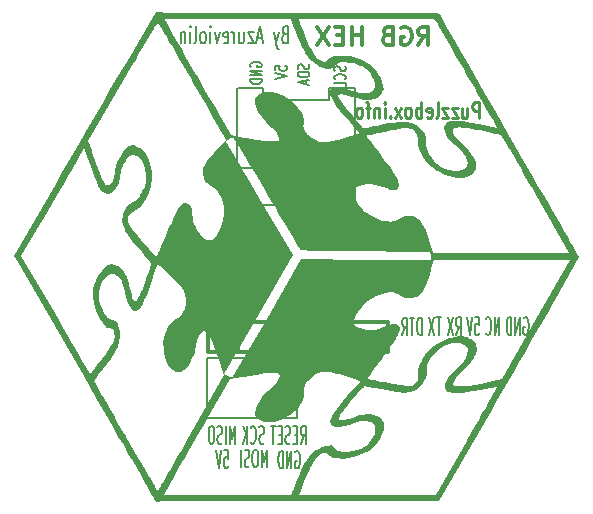
<source format=gbo>
G04 (created by PCBNEW (2013-05-16 BZR 4016)-stable) date 7/1/2013 10:46:10*
%MOIN*%
G04 Gerber Fmt 3.4, Leading zero omitted, Abs format*
%FSLAX34Y34*%
G01*
G70*
G90*
G04 APERTURE LIST*
%ADD10C,0.00590551*%
%ADD11C,0.00984252*%
%ADD12C,0.00787402*%
%ADD13C,0.011811*%
%ADD14C,0.012*%
%ADD15C,0.008*%
%ADD16C,0.0001*%
G04 APERTURE END LIST*
G54D10*
G54D11*
X6088Y4662D02*
X6088Y5174D01*
X5938Y5174D01*
X5901Y5150D01*
X5882Y5125D01*
X5863Y5077D01*
X5863Y5004D01*
X5882Y4955D01*
X5901Y4930D01*
X5938Y4906D01*
X6088Y4906D01*
X5526Y5004D02*
X5526Y4662D01*
X5694Y5004D02*
X5694Y4735D01*
X5676Y4687D01*
X5638Y4662D01*
X5582Y4662D01*
X5544Y4687D01*
X5526Y4711D01*
X5376Y5004D02*
X5169Y5004D01*
X5376Y4662D01*
X5169Y4662D01*
X5057Y5004D02*
X4851Y5004D01*
X5057Y4662D01*
X4851Y4662D01*
X4644Y4662D02*
X4682Y4687D01*
X4701Y4735D01*
X4701Y5174D01*
X4344Y4687D02*
X4382Y4662D01*
X4457Y4662D01*
X4494Y4687D01*
X4513Y4735D01*
X4513Y4930D01*
X4494Y4979D01*
X4457Y5004D01*
X4382Y5004D01*
X4344Y4979D01*
X4326Y4930D01*
X4326Y4882D01*
X4513Y4833D01*
X4157Y4662D02*
X4157Y5174D01*
X4157Y4979D02*
X4119Y5004D01*
X4044Y5004D01*
X4007Y4979D01*
X3988Y4955D01*
X3970Y4906D01*
X3970Y4760D01*
X3988Y4711D01*
X4007Y4687D01*
X4044Y4662D01*
X4119Y4662D01*
X4157Y4687D01*
X3745Y4662D02*
X3782Y4687D01*
X3801Y4711D01*
X3820Y4760D01*
X3820Y4906D01*
X3801Y4955D01*
X3782Y4979D01*
X3745Y5004D01*
X3688Y5004D01*
X3651Y4979D01*
X3632Y4955D01*
X3613Y4906D01*
X3613Y4760D01*
X3632Y4711D01*
X3651Y4687D01*
X3688Y4662D01*
X3745Y4662D01*
X3482Y4662D02*
X3276Y5004D01*
X3482Y5004D02*
X3276Y4662D01*
X3126Y4711D02*
X3107Y4687D01*
X3126Y4662D01*
X3145Y4687D01*
X3126Y4711D01*
X3126Y4662D01*
X2938Y4662D02*
X2938Y5004D01*
X2938Y5174D02*
X2957Y5150D01*
X2938Y5125D01*
X2920Y5150D01*
X2938Y5174D01*
X2938Y5125D01*
X2751Y5004D02*
X2751Y4662D01*
X2751Y4955D02*
X2732Y4979D01*
X2695Y5004D01*
X2638Y5004D01*
X2601Y4979D01*
X2582Y4930D01*
X2582Y4662D01*
X2451Y5004D02*
X2301Y5004D01*
X2395Y4662D02*
X2395Y5101D01*
X2376Y5150D01*
X2338Y5174D01*
X2301Y5174D01*
X2113Y4662D02*
X2151Y4687D01*
X2170Y4711D01*
X2188Y4760D01*
X2188Y4906D01*
X2170Y4955D01*
X2151Y4979D01*
X2113Y5004D01*
X2057Y5004D01*
X2020Y4979D01*
X2001Y4955D01*
X1982Y4906D01*
X1982Y4760D01*
X2001Y4711D01*
X2020Y4687D01*
X2057Y4662D01*
X2113Y4662D01*
G54D12*
X-386Y7450D02*
X-436Y7422D01*
X-453Y7394D01*
X-470Y7337D01*
X-470Y7253D01*
X-453Y7197D01*
X-436Y7169D01*
X-403Y7140D01*
X-268Y7140D01*
X-268Y7731D01*
X-386Y7731D01*
X-419Y7703D01*
X-436Y7675D01*
X-453Y7619D01*
X-453Y7562D01*
X-436Y7506D01*
X-419Y7478D01*
X-386Y7450D01*
X-268Y7450D01*
X-588Y7534D02*
X-672Y7140D01*
X-757Y7534D02*
X-672Y7140D01*
X-639Y7000D01*
X-622Y6972D01*
X-588Y6944D01*
X-1145Y7309D02*
X-1314Y7309D01*
X-1111Y7140D02*
X-1229Y7731D01*
X-1347Y7140D01*
X-1432Y7534D02*
X-1617Y7534D01*
X-1432Y7140D01*
X-1617Y7140D01*
X-1904Y7534D02*
X-1904Y7140D01*
X-1752Y7534D02*
X-1752Y7225D01*
X-1769Y7169D01*
X-1803Y7140D01*
X-1854Y7140D01*
X-1887Y7169D01*
X-1904Y7197D01*
X-2073Y7140D02*
X-2073Y7534D01*
X-2073Y7422D02*
X-2090Y7478D01*
X-2107Y7506D01*
X-2140Y7534D01*
X-2174Y7534D01*
X-2427Y7169D02*
X-2394Y7140D01*
X-2326Y7140D01*
X-2292Y7169D01*
X-2275Y7225D01*
X-2275Y7450D01*
X-2292Y7506D01*
X-2326Y7534D01*
X-2394Y7534D01*
X-2427Y7506D01*
X-2444Y7450D01*
X-2444Y7394D01*
X-2275Y7337D01*
X-2562Y7534D02*
X-2647Y7140D01*
X-2731Y7534D01*
X-2866Y7140D02*
X-2866Y7534D01*
X-2866Y7731D02*
X-2849Y7703D01*
X-2866Y7675D01*
X-2883Y7703D01*
X-2866Y7731D01*
X-2866Y7675D01*
X-3085Y7140D02*
X-3052Y7169D01*
X-3035Y7197D01*
X-3018Y7253D01*
X-3018Y7422D01*
X-3035Y7478D01*
X-3052Y7506D01*
X-3085Y7534D01*
X-3136Y7534D01*
X-3170Y7506D01*
X-3187Y7478D01*
X-3203Y7422D01*
X-3203Y7253D01*
X-3187Y7197D01*
X-3170Y7169D01*
X-3136Y7140D01*
X-3085Y7140D01*
X-3406Y7140D02*
X-3372Y7169D01*
X-3355Y7225D01*
X-3355Y7731D01*
X-3541Y7140D02*
X-3541Y7534D01*
X-3541Y7731D02*
X-3524Y7703D01*
X-3541Y7675D01*
X-3558Y7703D01*
X-3541Y7731D01*
X-3541Y7675D01*
X-3710Y7534D02*
X-3710Y7140D01*
X-3710Y7478D02*
X-3726Y7506D01*
X-3760Y7534D01*
X-3811Y7534D01*
X-3845Y7506D01*
X-3861Y7450D01*
X-3861Y7140D01*
G54D13*
X4060Y7100D02*
X4257Y7382D01*
X4397Y7100D02*
X4397Y7691D01*
X4172Y7691D01*
X4116Y7663D01*
X4088Y7635D01*
X4060Y7579D01*
X4060Y7494D01*
X4088Y7438D01*
X4116Y7410D01*
X4172Y7382D01*
X4397Y7382D01*
X3498Y7663D02*
X3554Y7691D01*
X3638Y7691D01*
X3722Y7663D01*
X3779Y7607D01*
X3807Y7550D01*
X3835Y7438D01*
X3835Y7354D01*
X3807Y7241D01*
X3779Y7185D01*
X3722Y7129D01*
X3638Y7100D01*
X3582Y7100D01*
X3498Y7129D01*
X3469Y7157D01*
X3469Y7354D01*
X3582Y7354D01*
X3019Y7410D02*
X2935Y7382D01*
X2907Y7354D01*
X2879Y7297D01*
X2879Y7213D01*
X2907Y7157D01*
X2935Y7129D01*
X2991Y7100D01*
X3216Y7100D01*
X3216Y7691D01*
X3019Y7691D01*
X2963Y7663D01*
X2935Y7635D01*
X2907Y7579D01*
X2907Y7522D01*
X2935Y7466D01*
X2963Y7438D01*
X3019Y7410D01*
X3216Y7410D01*
X2176Y7100D02*
X2176Y7691D01*
X2176Y7410D02*
X1838Y7410D01*
X1838Y7100D02*
X1838Y7691D01*
X1557Y7410D02*
X1360Y7410D01*
X1276Y7100D02*
X1557Y7100D01*
X1557Y7691D01*
X1276Y7691D01*
X1079Y7691D02*
X685Y7100D01*
X685Y7691D02*
X1079Y7100D01*
G54D10*
X-35Y-6461D02*
X-8Y-6433D01*
X30Y-6433D01*
X69Y-6461D01*
X96Y-6517D01*
X109Y-6574D01*
X122Y-6686D01*
X122Y-6770D01*
X109Y-6883D01*
X96Y-6939D01*
X69Y-6995D01*
X30Y-7024D01*
X4Y-7024D01*
X-35Y-6995D01*
X-48Y-6967D01*
X-48Y-6770D01*
X4Y-6770D01*
X-166Y-7024D02*
X-166Y-6433D01*
X-323Y-7024D01*
X-323Y-6433D01*
X-454Y-7024D02*
X-454Y-6433D01*
X-520Y-6433D01*
X-559Y-6461D01*
X-586Y-6517D01*
X-599Y-6574D01*
X-612Y-6686D01*
X-612Y-6770D01*
X-599Y-6883D01*
X-586Y-6939D01*
X-559Y-6995D01*
X-520Y-7024D01*
X-454Y-7024D01*
X-1085Y-6170D02*
X-1125Y-6199D01*
X-1190Y-6199D01*
X-1216Y-6170D01*
X-1230Y-6142D01*
X-1243Y-6086D01*
X-1243Y-6030D01*
X-1230Y-5974D01*
X-1216Y-5945D01*
X-1190Y-5917D01*
X-1138Y-5889D01*
X-1111Y-5861D01*
X-1098Y-5833D01*
X-1085Y-5777D01*
X-1085Y-5720D01*
X-1098Y-5664D01*
X-1111Y-5636D01*
X-1138Y-5608D01*
X-1203Y-5608D01*
X-1243Y-5636D01*
X-1518Y-6142D02*
X-1505Y-6170D01*
X-1466Y-6199D01*
X-1440Y-6199D01*
X-1400Y-6170D01*
X-1374Y-6114D01*
X-1361Y-6058D01*
X-1348Y-5945D01*
X-1348Y-5861D01*
X-1361Y-5749D01*
X-1374Y-5692D01*
X-1400Y-5636D01*
X-1440Y-5608D01*
X-1466Y-5608D01*
X-1505Y-5636D01*
X-1518Y-5664D01*
X-1636Y-6199D02*
X-1636Y-5608D01*
X-1794Y-6199D02*
X-1676Y-5861D01*
X-1794Y-5608D02*
X-1636Y-5945D01*
X-2412Y-6413D02*
X-2281Y-6413D01*
X-2268Y-6694D01*
X-2281Y-6666D01*
X-2307Y-6638D01*
X-2373Y-6638D01*
X-2399Y-6666D01*
X-2412Y-6694D01*
X-2425Y-6750D01*
X-2425Y-6891D01*
X-2412Y-6947D01*
X-2399Y-6975D01*
X-2373Y-7004D01*
X-2307Y-7004D01*
X-2281Y-6975D01*
X-2268Y-6947D01*
X-2504Y-6413D02*
X-2596Y-7004D01*
X-2688Y-6413D01*
X145Y-6209D02*
X237Y-5927D01*
X302Y-6209D02*
X302Y-5618D01*
X197Y-5618D01*
X171Y-5646D01*
X158Y-5674D01*
X145Y-5730D01*
X145Y-5815D01*
X158Y-5871D01*
X171Y-5899D01*
X197Y-5927D01*
X302Y-5927D01*
X27Y-5899D02*
X-64Y-5899D01*
X-104Y-6209D02*
X27Y-6209D01*
X27Y-5618D01*
X-104Y-5618D01*
X-209Y-6180D02*
X-248Y-6209D01*
X-314Y-6209D01*
X-340Y-6180D01*
X-353Y-6152D01*
X-366Y-6096D01*
X-366Y-6040D01*
X-353Y-5984D01*
X-340Y-5955D01*
X-314Y-5927D01*
X-261Y-5899D01*
X-235Y-5871D01*
X-222Y-5843D01*
X-209Y-5787D01*
X-209Y-5730D01*
X-222Y-5674D01*
X-235Y-5646D01*
X-261Y-5618D01*
X-327Y-5618D01*
X-366Y-5646D01*
X-484Y-5899D02*
X-576Y-5899D01*
X-615Y-6209D02*
X-484Y-6209D01*
X-484Y-5618D01*
X-615Y-5618D01*
X-694Y-5618D02*
X-852Y-5618D01*
X-773Y-6209D02*
X-773Y-5618D01*
X-2046Y-6199D02*
X-2046Y-5608D01*
X-2138Y-6030D01*
X-2230Y-5608D01*
X-2230Y-6199D01*
X-2361Y-6199D02*
X-2361Y-5608D01*
X-2480Y-6170D02*
X-2519Y-6199D01*
X-2584Y-6199D01*
X-2611Y-6170D01*
X-2624Y-6142D01*
X-2637Y-6086D01*
X-2637Y-6030D01*
X-2624Y-5974D01*
X-2611Y-5945D01*
X-2584Y-5917D01*
X-2532Y-5889D01*
X-2506Y-5861D01*
X-2493Y-5833D01*
X-2480Y-5777D01*
X-2480Y-5720D01*
X-2493Y-5664D01*
X-2506Y-5636D01*
X-2532Y-5608D01*
X-2598Y-5608D01*
X-2637Y-5636D01*
X-2808Y-5608D02*
X-2860Y-5608D01*
X-2886Y-5636D01*
X-2913Y-5692D01*
X-2926Y-5805D01*
X-2926Y-6002D01*
X-2913Y-6114D01*
X-2886Y-6170D01*
X-2860Y-6199D01*
X-2808Y-6199D01*
X-2781Y-6170D01*
X-2755Y-6114D01*
X-2742Y-6002D01*
X-2742Y-5805D01*
X-2755Y-5692D01*
X-2781Y-5636D01*
X-2808Y-5608D01*
X-981Y-6989D02*
X-981Y-6398D01*
X-1073Y-6820D01*
X-1165Y-6398D01*
X-1165Y-6989D01*
X-1349Y-6398D02*
X-1401Y-6398D01*
X-1428Y-6426D01*
X-1454Y-6482D01*
X-1467Y-6595D01*
X-1467Y-6792D01*
X-1454Y-6904D01*
X-1428Y-6960D01*
X-1401Y-6989D01*
X-1349Y-6989D01*
X-1323Y-6960D01*
X-1296Y-6904D01*
X-1283Y-6792D01*
X-1283Y-6595D01*
X-1296Y-6482D01*
X-1323Y-6426D01*
X-1349Y-6398D01*
X-1572Y-6960D02*
X-1611Y-6989D01*
X-1677Y-6989D01*
X-1703Y-6960D01*
X-1716Y-6932D01*
X-1729Y-6876D01*
X-1729Y-6820D01*
X-1716Y-6764D01*
X-1703Y-6735D01*
X-1677Y-6707D01*
X-1624Y-6679D01*
X-1598Y-6651D01*
X-1585Y-6623D01*
X-1572Y-6567D01*
X-1572Y-6510D01*
X-1585Y-6454D01*
X-1598Y-6426D01*
X-1624Y-6398D01*
X-1690Y-6398D01*
X-1729Y-6426D01*
X-1848Y-6989D02*
X-1848Y-6398D01*
X4169Y-2589D02*
X4169Y-1998D01*
X4104Y-1998D01*
X4064Y-2026D01*
X4038Y-2082D01*
X4025Y-2139D01*
X4012Y-2251D01*
X4012Y-2335D01*
X4025Y-2448D01*
X4038Y-2504D01*
X4064Y-2560D01*
X4104Y-2589D01*
X4169Y-2589D01*
X3933Y-1998D02*
X3776Y-1998D01*
X3854Y-2589D02*
X3854Y-1998D01*
X3526Y-2589D02*
X3618Y-2307D01*
X3684Y-2589D02*
X3684Y-1998D01*
X3579Y-1998D01*
X3553Y-2026D01*
X3540Y-2054D01*
X3526Y-2110D01*
X3526Y-2195D01*
X3540Y-2251D01*
X3553Y-2279D01*
X3579Y-2307D01*
X3684Y-2307D01*
X7579Y-2011D02*
X7606Y-1983D01*
X7645Y-1983D01*
X7684Y-2011D01*
X7711Y-2067D01*
X7724Y-2124D01*
X7737Y-2236D01*
X7737Y-2320D01*
X7724Y-2433D01*
X7711Y-2489D01*
X7684Y-2545D01*
X7645Y-2574D01*
X7619Y-2574D01*
X7579Y-2545D01*
X7566Y-2517D01*
X7566Y-2320D01*
X7619Y-2320D01*
X7448Y-2574D02*
X7448Y-1983D01*
X7291Y-2574D01*
X7291Y-1983D01*
X7160Y-2574D02*
X7160Y-1983D01*
X7094Y-1983D01*
X7055Y-2011D01*
X7028Y-2067D01*
X7015Y-2124D01*
X7002Y-2236D01*
X7002Y-2320D01*
X7015Y-2433D01*
X7028Y-2489D01*
X7055Y-2545D01*
X7094Y-2574D01*
X7160Y-2574D01*
X6766Y-2564D02*
X6766Y-1973D01*
X6609Y-2564D01*
X6609Y-1973D01*
X6320Y-2507D02*
X6333Y-2535D01*
X6372Y-2564D01*
X6399Y-2564D01*
X6438Y-2535D01*
X6464Y-2479D01*
X6477Y-2423D01*
X6490Y-2310D01*
X6490Y-2226D01*
X6477Y-2114D01*
X6464Y-2057D01*
X6438Y-2001D01*
X6399Y-1973D01*
X6372Y-1973D01*
X6333Y-2001D01*
X6320Y-2029D01*
X5952Y-1973D02*
X6083Y-1973D01*
X6096Y-2254D01*
X6083Y-2226D01*
X6057Y-2198D01*
X5991Y-2198D01*
X5965Y-2226D01*
X5952Y-2254D01*
X5939Y-2310D01*
X5939Y-2451D01*
X5952Y-2507D01*
X5965Y-2535D01*
X5991Y-2564D01*
X6057Y-2564D01*
X6083Y-2535D01*
X6096Y-2507D01*
X5860Y-1973D02*
X5768Y-2564D01*
X5676Y-1973D01*
X5320Y-2579D02*
X5412Y-2297D01*
X5478Y-2579D02*
X5478Y-1988D01*
X5373Y-1988D01*
X5347Y-2016D01*
X5334Y-2044D01*
X5320Y-2100D01*
X5320Y-2185D01*
X5334Y-2241D01*
X5347Y-2269D01*
X5373Y-2297D01*
X5478Y-2297D01*
X5229Y-1988D02*
X5045Y-2579D01*
X5045Y-1988D02*
X5229Y-2579D01*
X4819Y-1988D02*
X4662Y-1988D01*
X4741Y-2579D02*
X4741Y-1988D01*
X4596Y-1988D02*
X4413Y-2579D01*
X4413Y-1988D02*
X4596Y-2579D01*
G54D14*
X-2940Y-2157D02*
X-2940Y-3157D01*
X-2940Y-3157D02*
X3059Y-3157D01*
X3059Y-3157D02*
X3059Y-2157D01*
X3059Y-2157D02*
X-2940Y-2157D01*
X-1940Y-2157D02*
X-1940Y-3157D01*
G54D15*
X3Y-3330D02*
X-2996Y-3330D01*
X-2996Y-5330D02*
X3Y-5330D01*
X3Y-5330D02*
X3Y-3330D01*
X-2996Y-3330D02*
X-2996Y-5330D01*
G54D10*
X-1970Y2982D02*
X1940Y2982D01*
X1940Y1772D02*
X1940Y5652D01*
X1940Y5652D02*
X1090Y5652D01*
X1090Y5652D02*
X1090Y5262D01*
X1090Y5262D02*
X-1120Y5262D01*
X-1120Y5262D02*
X-1120Y5652D01*
X-1120Y5652D02*
X-1960Y5652D01*
X-1970Y5652D02*
X-1970Y1772D01*
X-1970Y1772D02*
X1940Y1772D01*
G54D16*
G36*
X-9411Y56D02*
X-9294Y-145D01*
X-9170Y69D01*
X-8545Y1128D01*
X-8422Y1338D01*
X-8290Y1561D01*
X-8154Y1791D01*
X-8019Y2021D01*
X-6933Y3902D01*
X-5787Y5875D01*
X-5642Y6125D01*
X-5500Y6367D01*
X-5365Y6597D01*
X-5239Y6815D01*
X-5120Y7017D01*
X-5011Y7203D01*
X-4915Y7368D01*
X-4829Y7513D01*
X-4757Y7634D01*
X-4700Y7730D01*
X-4658Y7800D01*
X-4633Y7841D01*
X-4626Y7850D01*
X-4616Y7834D01*
X-4587Y7788D01*
X-4543Y7715D01*
X-4528Y7691D01*
X-4383Y7943D01*
X-4362Y7944D01*
X-4306Y7944D01*
X-4218Y7945D01*
X-4101Y7946D01*
X-3958Y7947D01*
X-3792Y7947D01*
X-3607Y7948D01*
X-3404Y7947D01*
X-3187Y7948D01*
X-2958Y7949D01*
X-2723Y7948D01*
X-2481Y7949D01*
X-2237Y7950D01*
X-1995Y7949D01*
X-1755Y7948D01*
X-1522Y7949D01*
X-1298Y7949D01*
X-1088Y7949D01*
X-892Y7948D01*
X-714Y7948D01*
X-558Y7946D01*
X-426Y7947D01*
X-320Y7946D01*
X-246Y7945D01*
X-204Y7944D01*
X-197Y7944D01*
X-186Y7924D01*
X-165Y7878D01*
X-139Y7812D01*
X-122Y7764D01*
X-86Y7672D01*
X74Y7950D01*
X2343Y7949D01*
X2633Y7949D01*
X2912Y7948D01*
X3178Y7948D01*
X3429Y7948D01*
X3663Y7947D01*
X3876Y7946D01*
X4068Y7945D01*
X4235Y7943D01*
X4375Y7943D01*
X4486Y7942D01*
X4566Y7940D01*
X4611Y7939D01*
X4622Y7938D01*
X4633Y7921D01*
X4660Y7873D01*
X4703Y7799D01*
X4761Y7698D01*
X4832Y7575D01*
X4915Y7431D01*
X5008Y7270D01*
X5109Y7094D01*
X5218Y6904D01*
X5332Y6706D01*
X5451Y6498D01*
X5573Y6286D01*
X5698Y6071D01*
X5821Y5854D01*
X5944Y5641D01*
X6063Y5432D01*
X6178Y5231D01*
X6288Y5039D01*
X6392Y4859D01*
X6486Y4694D01*
X6571Y4547D01*
X6618Y4462D01*
X6692Y4334D01*
X6267Y4420D01*
X6044Y4465D01*
X5854Y4500D01*
X5692Y4528D01*
X5557Y4547D01*
X5442Y4559D01*
X5344Y4565D01*
X5260Y4564D01*
X5187Y4556D01*
X5134Y4546D01*
X5034Y4514D01*
X4968Y4465D01*
X4933Y4397D01*
X4929Y4308D01*
X4954Y4201D01*
X4987Y4113D01*
X5030Y4034D01*
X5086Y3958D01*
X5160Y3876D01*
X5261Y3785D01*
X5293Y3756D01*
X5440Y3620D01*
X5554Y3491D01*
X5637Y3369D01*
X5686Y3259D01*
X5703Y3158D01*
X5685Y3070D01*
X5634Y2993D01*
X5585Y2954D01*
X5493Y2908D01*
X5388Y2887D01*
X5262Y2889D01*
X5145Y2908D01*
X5050Y2930D01*
X4971Y2956D01*
X4892Y2993D01*
X4825Y3031D01*
X4698Y3114D01*
X4595Y3207D01*
X4505Y3321D01*
X4431Y3441D01*
X4371Y3560D01*
X4335Y3660D01*
X4320Y3754D01*
X4322Y3837D01*
X4325Y3933D01*
X4310Y4019D01*
X4272Y4109D01*
X4211Y4211D01*
X4106Y4338D01*
X3983Y4434D01*
X3840Y4498D01*
X3677Y4531D01*
X3507Y4534D01*
X3393Y4525D01*
X3249Y4506D01*
X3080Y4478D01*
X2891Y4443D01*
X2687Y4401D01*
X2570Y4376D01*
X2452Y4350D01*
X2367Y4334D01*
X2306Y4324D01*
X2263Y4323D01*
X2238Y4328D01*
X2222Y4339D01*
X2198Y4363D01*
X2154Y4410D01*
X2095Y4477D01*
X2025Y4554D01*
X1962Y4626D01*
X1801Y4812D01*
X1666Y4975D01*
X1558Y5113D01*
X1477Y5228D01*
X1424Y5319D01*
X1398Y5385D01*
X1400Y5427D01*
X1406Y5434D01*
X1451Y5450D01*
X1526Y5449D01*
X1627Y5434D01*
X1747Y5403D01*
X1867Y5364D01*
X2019Y5313D01*
X2146Y5279D01*
X2255Y5260D01*
X2356Y5255D01*
X2458Y5265D01*
X2567Y5287D01*
X2570Y5287D01*
X2696Y5332D01*
X2794Y5398D01*
X2862Y5483D01*
X2897Y5586D01*
X2902Y5629D01*
X2893Y5737D01*
X2858Y5861D01*
X2802Y5993D01*
X2730Y6125D01*
X2642Y6247D01*
X2553Y6347D01*
X2473Y6413D01*
X2367Y6482D01*
X2247Y6550D01*
X2120Y6611D01*
X1998Y6659D01*
X1909Y6687D01*
X1769Y6714D01*
X1620Y6729D01*
X1475Y6734D01*
X1343Y6727D01*
X1245Y6710D01*
X1167Y6687D01*
X1112Y6662D01*
X1065Y6624D01*
X1037Y6594D01*
X962Y6512D01*
X862Y6546D01*
X779Y6580D01*
X705Y6630D01*
X637Y6698D01*
X569Y6790D01*
X501Y6910D01*
X432Y7050D01*
X383Y7156D01*
X328Y7286D01*
X268Y7430D01*
X210Y7575D01*
X157Y7712D01*
X115Y7829D01*
X104Y7860D01*
X74Y7950D01*
X-86Y7672D01*
X-79Y7654D01*
X-28Y7527D01*
X27Y7393D01*
X85Y7257D01*
X142Y7127D01*
X196Y7010D01*
X242Y6911D01*
X278Y6841D01*
X283Y6832D01*
X387Y6675D01*
X510Y6548D01*
X660Y6442D01*
X664Y6440D01*
X796Y6372D01*
X921Y6325D01*
X1032Y6303D01*
X1124Y6304D01*
X1195Y6331D01*
X1201Y6335D01*
X1249Y6374D01*
X1304Y6421D01*
X1319Y6435D01*
X1394Y6481D01*
X1498Y6508D01*
X1624Y6517D01*
X1767Y6505D01*
X1923Y6475D01*
X2057Y6436D01*
X2142Y6405D01*
X2206Y6375D01*
X2263Y6339D01*
X2313Y6300D01*
X2439Y6174D01*
X2533Y6031D01*
X2583Y5910D01*
X2613Y5795D01*
X2617Y5704D01*
X2596Y5632D01*
X2547Y5574D01*
X2488Y5534D01*
X2401Y5496D01*
X2307Y5478D01*
X2199Y5480D01*
X2073Y5502D01*
X1923Y5546D01*
X1845Y5572D01*
X1674Y5628D01*
X1528Y5662D01*
X1404Y5674D01*
X1294Y5665D01*
X1246Y5655D01*
X1171Y5624D01*
X1128Y5581D01*
X1114Y5521D01*
X1127Y5438D01*
X1131Y5419D01*
X1171Y5323D01*
X1238Y5205D01*
X1333Y5064D01*
X1456Y4904D01*
X1605Y4724D01*
X1778Y4527D01*
X1889Y4406D01*
X1957Y4332D01*
X2016Y4267D01*
X2063Y4216D01*
X2091Y4184D01*
X2095Y4180D01*
X2100Y4167D01*
X2092Y4154D01*
X2064Y4138D01*
X2015Y4117D01*
X1938Y4089D01*
X1831Y4053D01*
X1585Y3974D01*
X1370Y3915D01*
X1185Y3874D01*
X1030Y3852D01*
X903Y3850D01*
X896Y3850D01*
X816Y3856D01*
X757Y3866D01*
X704Y3884D01*
X643Y3914D01*
X589Y3946D01*
X505Y3996D01*
X443Y4044D01*
X393Y4093D01*
X365Y4127D01*
X290Y4235D01*
X248Y4329D01*
X233Y4416D01*
X235Y4441D01*
X235Y4602D01*
X205Y4748D01*
X173Y4825D01*
X64Y5006D01*
X-71Y5163D01*
X-237Y5295D01*
X-429Y5401D01*
X-648Y5481D01*
X-663Y5485D01*
X-815Y5519D01*
X-950Y5527D01*
X-1077Y5511D01*
X-1129Y5497D01*
X-1246Y5451D01*
X-1328Y5395D01*
X-1376Y5323D01*
X-1392Y5235D01*
X-1379Y5126D01*
X-1359Y5057D01*
X-1277Y4866D01*
X-1159Y4686D01*
X-1008Y4517D01*
X-873Y4397D01*
X-804Y4339D01*
X-739Y4280D01*
X-692Y4228D01*
X-678Y4214D01*
X-637Y4145D01*
X-605Y4072D01*
X-584Y4003D01*
X-580Y3951D01*
X-585Y3933D01*
X-623Y3903D01*
X-693Y3882D01*
X-788Y3873D01*
X-905Y3875D01*
X-934Y3877D01*
X-1011Y3886D01*
X-1111Y3899D01*
X-1228Y3915D01*
X-1359Y3935D01*
X-1495Y3957D01*
X-1633Y3981D01*
X-1765Y4003D01*
X-1888Y4025D01*
X-1995Y4045D01*
X-2079Y4063D01*
X-2137Y4077D01*
X-2161Y4084D01*
X-2174Y4103D01*
X-2205Y4152D01*
X-2252Y4228D01*
X-2314Y4332D01*
X-2390Y4461D01*
X-2479Y4612D01*
X-2580Y4784D01*
X-2691Y4974D01*
X-2811Y5180D01*
X-2940Y5401D01*
X-3076Y5633D01*
X-3216Y5877D01*
X-3298Y6018D01*
X-3441Y6265D01*
X-3578Y6504D01*
X-3707Y6731D01*
X-3830Y6945D01*
X-3942Y7144D01*
X-4045Y7326D01*
X-4137Y7487D01*
X-4216Y7628D01*
X-4281Y7746D01*
X-4331Y7837D01*
X-4365Y7902D01*
X-4382Y7937D01*
X-4383Y7943D01*
X-4528Y7691D01*
X-4484Y7615D01*
X-4412Y7494D01*
X-4328Y7351D01*
X-4234Y7190D01*
X-4130Y7013D01*
X-4019Y6825D01*
X-3902Y6624D01*
X-3781Y6414D01*
X-3656Y6200D01*
X-3529Y5983D01*
X-3402Y5764D01*
X-3275Y5546D01*
X-3152Y5332D01*
X-3032Y5125D01*
X-2917Y4926D01*
X-2808Y4739D01*
X-2708Y4564D01*
X-2617Y4406D01*
X-2537Y4267D01*
X-2469Y4149D01*
X-2415Y4053D01*
X-2377Y3984D01*
X-2354Y3943D01*
X-2348Y3933D01*
X-2359Y3914D01*
X-2394Y3876D01*
X-2444Y3825D01*
X-2483Y3789D01*
X-2627Y3648D01*
X-2758Y3506D01*
X-2875Y3365D01*
X-2974Y3230D01*
X-3050Y3106D01*
X-3104Y2995D01*
X-3130Y2903D01*
X-3131Y2892D01*
X-3126Y2773D01*
X-3087Y2648D01*
X-3077Y2631D01*
X-2354Y3883D01*
X-2336Y3903D01*
X-2296Y3930D01*
X-2242Y3961D01*
X-2188Y3989D01*
X-2141Y4010D01*
X-2113Y4017D01*
X-2110Y4015D01*
X-2099Y3997D01*
X-2069Y3948D01*
X-2022Y3872D01*
X-1960Y3769D01*
X-1884Y3642D01*
X-1795Y3492D01*
X-1693Y3322D01*
X-1582Y3133D01*
X-1460Y2929D01*
X-1330Y2711D01*
X-1194Y2481D01*
X-1051Y2240D01*
X-983Y2126D01*
X-838Y1883D01*
X-699Y1648D01*
X-566Y1424D01*
X-440Y1213D01*
X-324Y1018D01*
X-217Y840D01*
X-122Y681D01*
X-40Y544D01*
X28Y429D01*
X81Y341D01*
X119Y280D01*
X133Y257D01*
X2334Y4069D01*
X2351Y4075D01*
X2400Y4086D01*
X2475Y4103D01*
X2571Y4124D01*
X2684Y4149D01*
X2736Y4160D01*
X2952Y4206D01*
X3137Y4242D01*
X3292Y4272D01*
X3419Y4293D01*
X3526Y4307D01*
X3614Y4316D01*
X3686Y4317D01*
X3747Y4313D01*
X3800Y4303D01*
X3817Y4299D01*
X3875Y4279D01*
X3913Y4255D01*
X3950Y4212D01*
X3956Y4204D01*
X4002Y4132D01*
X4029Y4067D01*
X4039Y3995D01*
X4037Y3900D01*
X4037Y3898D01*
X4035Y3814D01*
X4046Y3740D01*
X4071Y3660D01*
X4089Y3615D01*
X4178Y3438D01*
X4291Y3265D01*
X4419Y3112D01*
X4458Y3072D01*
X4515Y3018D01*
X4569Y2976D01*
X4630Y2934D01*
X4708Y2888D01*
X4792Y2843D01*
X4891Y2792D01*
X4969Y2756D01*
X5040Y2729D01*
X5113Y2709D01*
X5201Y2689D01*
X5204Y2688D01*
X5383Y2664D01*
X5545Y2666D01*
X5686Y2694D01*
X5803Y2748D01*
X5896Y2826D01*
X5923Y2862D01*
X5973Y2964D01*
X5989Y3075D01*
X5970Y3197D01*
X5917Y3327D01*
X5829Y3467D01*
X5707Y3619D01*
X5549Y3782D01*
X5370Y3945D01*
X5312Y4006D01*
X5265Y4078D01*
X5230Y4153D01*
X5213Y4221D01*
X5216Y4273D01*
X5220Y4281D01*
X5258Y4314D01*
X5329Y4334D01*
X5432Y4340D01*
X5569Y4332D01*
X5576Y4332D01*
X5644Y4324D01*
X5736Y4309D01*
X5847Y4291D01*
X5972Y4268D01*
X6104Y4244D01*
X6240Y4217D01*
X6375Y4189D01*
X6501Y4164D01*
X6613Y4139D01*
X6707Y4117D01*
X6777Y4099D01*
X6817Y4086D01*
X6823Y4083D01*
X6836Y4063D01*
X6867Y4014D01*
X6914Y3936D01*
X6976Y3831D01*
X7051Y3701D01*
X7139Y3548D01*
X7240Y3376D01*
X7350Y3184D01*
X7471Y2976D01*
X7600Y2753D01*
X7734Y2519D01*
X7875Y2274D01*
X7971Y2105D01*
X9092Y150D01*
X8816Y150D01*
X8759Y151D01*
X8667Y150D01*
X8543Y151D01*
X8390Y150D01*
X8211Y151D01*
X8009Y151D01*
X7787Y151D01*
X7547Y151D01*
X7293Y151D01*
X7029Y151D01*
X6755Y150D01*
X6544Y151D01*
X4547Y150D01*
X4454Y479D01*
X4421Y596D01*
X4386Y708D01*
X4353Y809D01*
X4325Y889D01*
X4308Y929D01*
X4258Y1033D01*
X4198Y1135D01*
X4137Y1225D01*
X4080Y1291D01*
X4065Y1306D01*
X3995Y1347D01*
X3899Y1378D01*
X3792Y1394D01*
X3704Y1395D01*
X3626Y1383D01*
X3550Y1354D01*
X3475Y1311D01*
X3354Y1246D01*
X3236Y1212D01*
X3108Y1204D01*
X3037Y1207D01*
X2897Y1228D01*
X2770Y1262D01*
X2645Y1315D01*
X2510Y1390D01*
X2465Y1418D01*
X2367Y1481D01*
X2293Y1537D01*
X2231Y1591D01*
X2172Y1653D01*
X2168Y1659D01*
X2053Y1802D01*
X1970Y1933D01*
X1920Y2051D01*
X1903Y2156D01*
X1917Y2245D01*
X1967Y2319D01*
X2002Y2348D01*
X2092Y2393D01*
X2208Y2426D01*
X2342Y2445D01*
X2481Y2448D01*
X2625Y2434D01*
X2758Y2406D01*
X2894Y2358D01*
X3011Y2307D01*
X3113Y2263D01*
X3194Y2240D01*
X3257Y2240D01*
X3312Y2258D01*
X3325Y2266D01*
X3389Y2321D01*
X3421Y2386D01*
X3424Y2465D01*
X3397Y2562D01*
X3338Y2677D01*
X3330Y2692D01*
X3286Y2760D01*
X3222Y2856D01*
X3140Y2974D01*
X3042Y3113D01*
X2929Y3266D01*
X2807Y3434D01*
X2676Y3613D01*
X2588Y3729D01*
X2515Y3826D01*
X2450Y3914D01*
X2396Y3985D01*
X2358Y4037D01*
X2337Y4066D01*
X2334Y4069D01*
X133Y257D01*
X139Y248D01*
X142Y244D01*
X162Y243D01*
X219Y241D01*
X307Y240D01*
X426Y237D01*
X574Y235D01*
X748Y231D01*
X944Y230D01*
X1162Y227D01*
X1398Y223D01*
X1651Y220D01*
X1917Y217D01*
X2195Y214D01*
X2294Y213D01*
X2576Y210D01*
X2847Y207D01*
X3104Y203D01*
X3347Y201D01*
X3571Y198D01*
X3776Y195D01*
X3959Y193D01*
X4117Y191D01*
X4246Y189D01*
X4346Y186D01*
X4415Y185D01*
X4449Y184D01*
X4451Y183D01*
X4462Y163D01*
X4469Y117D01*
X4473Y56D01*
X4473Y-4D01*
X4468Y-55D01*
X4460Y-84D01*
X4440Y-86D01*
X4383Y-88D01*
X4295Y-89D01*
X4175Y-89D01*
X4028Y-91D01*
X3854Y-90D01*
X3658Y-90D01*
X3438Y-89D01*
X3202Y-88D01*
X2949Y-86D01*
X2683Y-84D01*
X2405Y-81D01*
X2298Y-80D01*
X152Y-57D01*
X-996Y-2037D01*
X-2145Y-4018D01*
X-2276Y-3943D01*
X-2407Y-3867D01*
X-1265Y-1881D01*
X-124Y104D01*
X-1241Y1985D01*
X-1386Y2231D01*
X-1526Y2466D01*
X-1658Y2690D01*
X-1783Y2902D01*
X-1898Y3099D01*
X-2004Y3278D01*
X-2098Y3437D01*
X-2179Y3576D01*
X-2245Y3692D01*
X-2298Y3781D01*
X-2334Y3845D01*
X-2351Y3878D01*
X-2354Y3883D01*
X-3077Y2631D01*
X-3038Y2557D01*
X-3006Y2514D01*
X-2971Y2477D01*
X-2920Y2440D01*
X-2845Y2394D01*
X-2830Y2385D01*
X-2752Y2338D01*
X-2698Y2300D01*
X-2659Y2263D01*
X-2624Y2219D01*
X-2610Y2200D01*
X-2524Y2038D01*
X-2463Y1854D01*
X-2431Y1655D01*
X-2429Y1450D01*
X-2430Y1435D01*
X-2449Y1268D01*
X-2487Y1113D01*
X-2544Y955D01*
X-2580Y874D01*
X-2651Y744D01*
X-2728Y651D01*
X-2810Y596D01*
X-2897Y577D01*
X-2989Y595D01*
X-3035Y617D01*
X-3134Y693D01*
X-3231Y801D01*
X-3320Y935D01*
X-3359Y1008D01*
X-3404Y1111D01*
X-3437Y1216D01*
X-3460Y1334D01*
X-3476Y1474D01*
X-3479Y1523D01*
X-3494Y1636D01*
X-3526Y1718D01*
X-3574Y1773D01*
X-3623Y1800D01*
X-3691Y1816D01*
X-3753Y1808D01*
X-3814Y1775D01*
X-3875Y1714D01*
X-3938Y1621D01*
X-4008Y1496D01*
X-4052Y1407D01*
X-4101Y1301D01*
X-4162Y1165D01*
X-4234Y1008D01*
X-4312Y832D01*
X-4392Y647D01*
X-4476Y457D01*
X-4556Y269D01*
X-4579Y216D01*
X-4660Y27D01*
X-4699Y63D01*
X-4723Y87D01*
X-4767Y134D01*
X-4828Y202D01*
X-4903Y284D01*
X-4988Y379D01*
X-5059Y456D01*
X-5183Y596D01*
X-5283Y712D01*
X-5364Y807D01*
X-5429Y887D01*
X-5479Y954D01*
X-5519Y1014D01*
X-5549Y1069D01*
X-5575Y1122D01*
X-5606Y1226D01*
X-5606Y1327D01*
X-5576Y1418D01*
X-5518Y1492D01*
X-5450Y1535D01*
X-5339Y1591D01*
X-5246Y1658D01*
X-5165Y1741D01*
X-5087Y1846D01*
X-5028Y1943D01*
X-4923Y2162D01*
X-4854Y2390D01*
X-4822Y2625D01*
X-4819Y2726D01*
X-4828Y2843D01*
X-4852Y2978D01*
X-4887Y3119D01*
X-4929Y3257D01*
X-4977Y3379D01*
X-5021Y3466D01*
X-5061Y3527D01*
X-5096Y3569D01*
X-5138Y3606D01*
X-5197Y3643D01*
X-5235Y3665D01*
X-5307Y3706D01*
X-5360Y3729D01*
X-5403Y3740D01*
X-5449Y3742D01*
X-5466Y3741D01*
X-5566Y3719D01*
X-5643Y3679D01*
X-5679Y3653D01*
X-5710Y3624D01*
X-5741Y3588D01*
X-5775Y3536D01*
X-5819Y3461D01*
X-5854Y3401D01*
X-5980Y3180D01*
X-6033Y2908D01*
X-6055Y2798D01*
X-6072Y2717D01*
X-6089Y2658D01*
X-6108Y2612D01*
X-6130Y2570D01*
X-6153Y2535D01*
X-6195Y2481D01*
X-6232Y2440D01*
X-6256Y2422D01*
X-6295Y2419D01*
X-6334Y2434D01*
X-6376Y2471D01*
X-6421Y2533D01*
X-6469Y2619D01*
X-6523Y2733D01*
X-6582Y2876D01*
X-6647Y3050D01*
X-6720Y3256D01*
X-6801Y3497D01*
X-6828Y3580D01*
X-6933Y3902D01*
X-8019Y2021D01*
X-7888Y2247D01*
X-7762Y2462D01*
X-7648Y2658D01*
X-7547Y2833D01*
X-7494Y2926D01*
X-7066Y3667D01*
X-6945Y3301D01*
X-6864Y3056D01*
X-6790Y2846D01*
X-6722Y2667D01*
X-6660Y2519D01*
X-6602Y2398D01*
X-6546Y2302D01*
X-6492Y2228D01*
X-6440Y2175D01*
X-6397Y2145D01*
X-6321Y2112D01*
X-6249Y2110D01*
X-6180Y2140D01*
X-6109Y2201D01*
X-6034Y2298D01*
X-6009Y2334D01*
X-5973Y2391D01*
X-5948Y2437D01*
X-5928Y2485D01*
X-5912Y2541D01*
X-5896Y2615D01*
X-5876Y2717D01*
X-5874Y2726D01*
X-5853Y2839D01*
X-5833Y2925D01*
X-5811Y2998D01*
X-5784Y3065D01*
X-5747Y3142D01*
X-5740Y3154D01*
X-5699Y3234D01*
X-5667Y3290D01*
X-5638Y3328D01*
X-5605Y3357D01*
X-5572Y3380D01*
X-5492Y3420D01*
X-5410Y3426D01*
X-5322Y3398D01*
X-5285Y3378D01*
X-5203Y3311D01*
X-5134Y3213D01*
X-5078Y3092D01*
X-5036Y2954D01*
X-5013Y2804D01*
X-5009Y2651D01*
X-5025Y2498D01*
X-5027Y2488D01*
X-5041Y2431D01*
X-5065Y2370D01*
X-5100Y2298D01*
X-5151Y2203D01*
X-5176Y2159D01*
X-5232Y2063D01*
X-5276Y1995D01*
X-5313Y1947D01*
X-5351Y1913D01*
X-5396Y1887D01*
X-5452Y1861D01*
X-5477Y1852D01*
X-5562Y1801D01*
X-5639Y1718D01*
X-5709Y1601D01*
X-5734Y1546D01*
X-5786Y1390D01*
X-5800Y1237D01*
X-5777Y1092D01*
X-5756Y1022D01*
X-5731Y956D01*
X-5702Y891D01*
X-5663Y824D01*
X-5613Y750D01*
X-5552Y666D01*
X-5474Y568D01*
X-5378Y452D01*
X-5260Y315D01*
X-5157Y195D01*
X-5071Y96D01*
X-4994Y4D01*
X-4930Y-73D01*
X-4882Y-136D01*
X-4851Y-177D01*
X-4843Y-194D01*
X-4850Y-229D01*
X-4867Y-293D01*
X-4894Y-381D01*
X-4927Y-487D01*
X-4966Y-604D01*
X-5008Y-727D01*
X-5052Y-848D01*
X-5077Y-920D01*
X-5123Y-1036D01*
X-5171Y-1147D01*
X-5221Y-1251D01*
X-5268Y-1341D01*
X-5309Y-1411D01*
X-5343Y-1456D01*
X-5365Y-1472D01*
X-5396Y-1455D01*
X-5431Y-1406D01*
X-5466Y-1330D01*
X-5499Y-1235D01*
X-5530Y-1124D01*
X-5544Y-1051D01*
X-5578Y-886D01*
X-5616Y-749D01*
X-5660Y-634D01*
X-5714Y-533D01*
X-5752Y-474D01*
X-5850Y-356D01*
X-5954Y-277D01*
X-6060Y-232D01*
X-6170Y-227D01*
X-6279Y-257D01*
X-6386Y-325D01*
X-6490Y-430D01*
X-6540Y-494D01*
X-6650Y-674D01*
X-6725Y-857D01*
X-6767Y-1047D01*
X-6775Y-1249D01*
X-6766Y-1325D01*
X-6509Y-880D01*
X-6436Y-756D01*
X-6425Y-740D01*
X-6342Y-641D01*
X-6265Y-577D01*
X-6187Y-545D01*
X-6107Y-542D01*
X-6072Y-550D01*
X-5979Y-594D01*
X-5896Y-673D01*
X-5827Y-786D01*
X-5769Y-930D01*
X-5726Y-1106D01*
X-5718Y-1154D01*
X-5684Y-1317D01*
X-5639Y-1459D01*
X-5587Y-1578D01*
X-5529Y-1671D01*
X-5467Y-1737D01*
X-5401Y-1771D01*
X-5336Y-1772D01*
X-5278Y-1744D01*
X-5238Y-1701D01*
X-5188Y-1631D01*
X-5132Y-1536D01*
X-5073Y-1427D01*
X-5013Y-1308D01*
X-4959Y-1185D01*
X-4912Y-1068D01*
X-4882Y-985D01*
X-4848Y-885D01*
X-4810Y-773D01*
X-4771Y-657D01*
X-4735Y-543D01*
X-4701Y-436D01*
X-4672Y-345D01*
X-4652Y-276D01*
X-4641Y-235D01*
X-4640Y-231D01*
X-4638Y-217D01*
X-4632Y-212D01*
X-4619Y-215D01*
X-4595Y-232D01*
X-4557Y-264D01*
X-4499Y-314D01*
X-4416Y-387D01*
X-4397Y-404D01*
X-4208Y-575D01*
X-4051Y-729D01*
X-3923Y-869D01*
X-3822Y-999D01*
X-3749Y-1119D01*
X-3700Y-1233D01*
X-3673Y-1345D01*
X-3669Y-1456D01*
X-3686Y-1569D01*
X-3723Y-1688D01*
X-3724Y-1695D01*
X-3774Y-1810D01*
X-3829Y-1894D01*
X-3895Y-1956D01*
X-3963Y-1994D01*
X-4056Y-2045D01*
X-4132Y-2104D01*
X-4199Y-2179D01*
X-4266Y-2280D01*
X-4281Y-2305D01*
X-4363Y-2473D01*
X-4415Y-2651D01*
X-4437Y-2841D01*
X-4428Y-3049D01*
X-4419Y-3132D01*
X-4385Y-3297D01*
X-4335Y-3443D01*
X-4271Y-3569D01*
X-4197Y-3670D01*
X-4113Y-3746D01*
X-4024Y-3795D01*
X-3932Y-3813D01*
X-3839Y-3800D01*
X-3748Y-3753D01*
X-3707Y-3717D01*
X-3650Y-3652D01*
X-3587Y-3561D01*
X-3523Y-3457D01*
X-3466Y-3349D01*
X-3422Y-3249D01*
X-3415Y-3229D01*
X-3395Y-3164D01*
X-3374Y-3076D01*
X-3354Y-2976D01*
X-3343Y-2917D01*
X-3325Y-2815D01*
X-3307Y-2738D01*
X-3284Y-2674D01*
X-3253Y-2612D01*
X-3242Y-2593D01*
X-3185Y-2507D01*
X-3132Y-2457D01*
X-3083Y-2441D01*
X-3042Y-2453D01*
X-2986Y-2502D01*
X-2927Y-2585D01*
X-2864Y-2703D01*
X-2822Y-2792D01*
X-2795Y-2860D01*
X-2757Y-2956D01*
X-2713Y-3073D01*
X-2662Y-3203D01*
X-2611Y-3341D01*
X-2560Y-3479D01*
X-2513Y-3609D01*
X-2471Y-3725D01*
X-2439Y-3818D01*
X-2436Y-3827D01*
X-2406Y-3915D01*
X-3513Y-5851D01*
X-3682Y-6146D01*
X-3832Y-6409D01*
X-3967Y-6643D01*
X-4084Y-6849D01*
X-4188Y-7028D01*
X-4278Y-7184D01*
X-4355Y-7317D01*
X-4419Y-7429D01*
X-4474Y-7522D01*
X-4519Y-7595D01*
X-4555Y-7654D01*
X-4583Y-7698D01*
X-4604Y-7730D01*
X-4620Y-7750D01*
X-4630Y-7761D01*
X-4636Y-7764D01*
X-4640Y-7762D01*
X-4651Y-7744D01*
X-4681Y-7694D01*
X-4727Y-7616D01*
X-4788Y-7511D01*
X-4862Y-7382D01*
X-4951Y-7232D01*
X-5050Y-7060D01*
X-5160Y-6872D01*
X-5278Y-6668D01*
X-5404Y-6450D01*
X-5537Y-6220D01*
X-5674Y-5983D01*
X-5694Y-5948D01*
X-5833Y-5709D01*
X-5966Y-5478D01*
X-6093Y-5258D01*
X-6212Y-5051D01*
X-6322Y-4860D01*
X-6422Y-4685D01*
X-6511Y-4531D01*
X-6586Y-4398D01*
X-6648Y-4289D01*
X-6695Y-4206D01*
X-6726Y-4152D01*
X-6739Y-4127D01*
X-6739Y-4125D01*
X-6740Y-4106D01*
X-6728Y-4079D01*
X-6701Y-4038D01*
X-6654Y-3978D01*
X-6604Y-3917D01*
X-6445Y-3720D01*
X-6303Y-3535D01*
X-6181Y-3366D01*
X-6080Y-3215D01*
X-6003Y-3085D01*
X-5950Y-2978D01*
X-5947Y-2971D01*
X-5901Y-2816D01*
X-5881Y-2645D01*
X-5888Y-2469D01*
X-5914Y-2332D01*
X-5937Y-2254D01*
X-5963Y-2185D01*
X-5989Y-2139D01*
X-5996Y-2131D01*
X-6043Y-2100D01*
X-6116Y-2071D01*
X-6147Y-2061D01*
X-6215Y-2040D01*
X-6267Y-2013D01*
X-6311Y-1974D01*
X-6358Y-1914D01*
X-6403Y-1844D01*
X-6483Y-1691D01*
X-6544Y-1528D01*
X-6582Y-1364D01*
X-6595Y-1209D01*
X-6592Y-1144D01*
X-6563Y-1015D01*
X-6509Y-880D01*
X-6766Y-1325D01*
X-6750Y-1464D01*
X-6709Y-1645D01*
X-6639Y-1855D01*
X-6555Y-2036D01*
X-6458Y-2183D01*
X-6394Y-2255D01*
X-6343Y-2301D01*
X-6300Y-2329D01*
X-6247Y-2348D01*
X-6209Y-2357D01*
X-6104Y-2384D01*
X-6082Y-2458D01*
X-6070Y-2521D01*
X-6064Y-2599D01*
X-6064Y-2639D01*
X-6068Y-2691D01*
X-6077Y-2736D01*
X-6097Y-2784D01*
X-6127Y-2845D01*
X-6168Y-2916D01*
X-6251Y-3047D01*
X-6360Y-3204D01*
X-6495Y-3384D01*
X-6656Y-3589D01*
X-6725Y-3674D01*
X-6781Y-3744D01*
X-6828Y-3804D01*
X-6862Y-3846D01*
X-6877Y-3866D01*
X-6879Y-3868D01*
X-6880Y-3870D01*
X-6884Y-3868D01*
X-6889Y-3862D01*
X-6899Y-3850D01*
X-6912Y-3830D01*
X-6930Y-3799D01*
X-6955Y-3758D01*
X-6988Y-3704D01*
X-7028Y-3635D01*
X-7079Y-3551D01*
X-7138Y-3447D01*
X-7210Y-3324D01*
X-7293Y-3180D01*
X-7389Y-3013D01*
X-7501Y-2821D01*
X-7627Y-2603D01*
X-7769Y-2357D01*
X-7928Y-2080D01*
X-8065Y-1844D01*
X-9170Y69D01*
X-9294Y-145D01*
X-7097Y-3950D01*
X-6889Y-4312D01*
X-6686Y-4664D01*
X-6488Y-5007D01*
X-6295Y-5340D01*
X-6111Y-5660D01*
X-5933Y-5967D01*
X-5765Y-6258D01*
X-5607Y-6533D01*
X-5459Y-6789D01*
X-5322Y-7026D01*
X-5197Y-7242D01*
X-5086Y-7436D01*
X-4988Y-7605D01*
X-4905Y-7750D01*
X-4837Y-7867D01*
X-4785Y-7957D01*
X-4751Y-8016D01*
X-4735Y-8045D01*
X-4734Y-8046D01*
X-4683Y-8135D01*
X-4582Y-8129D01*
X-2226Y-4048D01*
X-2039Y-4014D01*
X-1781Y-3966D01*
X-1555Y-3928D01*
X-1362Y-3896D01*
X-1198Y-3870D01*
X-1060Y-3850D01*
X-944Y-3837D01*
X-849Y-3830D01*
X-774Y-3828D01*
X-711Y-3831D01*
X-661Y-3841D01*
X-620Y-3854D01*
X-593Y-3867D01*
X-558Y-3899D01*
X-553Y-3943D01*
X-554Y-3945D01*
X-573Y-4002D01*
X-609Y-4076D01*
X-657Y-4154D01*
X-708Y-4225D01*
X-755Y-4277D01*
X-762Y-4282D01*
X-866Y-4367D01*
X-948Y-4434D01*
X-1010Y-4489D01*
X-1058Y-4539D01*
X-1100Y-4590D01*
X-1140Y-4647D01*
X-1183Y-4717D01*
X-1225Y-4788D01*
X-1280Y-4883D01*
X-1317Y-4952D01*
X-1343Y-5004D01*
X-1357Y-5046D01*
X-1365Y-5084D01*
X-1369Y-5127D01*
X-1369Y-5130D01*
X-1367Y-5230D01*
X-1342Y-5304D01*
X-1293Y-5364D01*
X-1219Y-5414D01*
X-1095Y-5464D01*
X-951Y-5484D01*
X-794Y-5477D01*
X-627Y-5441D01*
X-454Y-5377D01*
X-280Y-5287D01*
X-211Y-5244D01*
X-47Y-5115D01*
X85Y-4970D01*
X181Y-4812D01*
X208Y-4757D01*
X226Y-4707D01*
X241Y-4656D01*
X248Y-4595D01*
X255Y-4515D01*
X260Y-4410D01*
X262Y-4352D01*
X266Y-4301D01*
X273Y-4262D01*
X288Y-4226D01*
X317Y-4182D01*
X364Y-4118D01*
X369Y-4111D01*
X472Y-3994D01*
X581Y-3906D01*
X701Y-3846D01*
X836Y-3813D01*
X881Y-3811D01*
X1981Y-1906D01*
X2042Y-1806D01*
X2180Y-1628D01*
X2325Y-1483D01*
X2481Y-1369D01*
X2653Y-1280D01*
X2847Y-1213D01*
X2856Y-1210D01*
X2994Y-1177D01*
X3108Y-1159D01*
X3207Y-1158D01*
X3297Y-1176D01*
X3392Y-1213D01*
X3487Y-1263D01*
X3568Y-1307D01*
X3624Y-1335D01*
X3670Y-1350D01*
X3714Y-1356D01*
X3755Y-1356D01*
X3848Y-1347D01*
X3946Y-1326D01*
X4035Y-1294D01*
X4098Y-1258D01*
X4125Y-1228D01*
X4165Y-1173D01*
X4211Y-1103D01*
X4245Y-1044D01*
X4313Y-912D01*
X4377Y-760D01*
X4436Y-586D01*
X4493Y-383D01*
X4526Y-247D01*
X4569Y-66D01*
X6851Y-66D01*
X9133Y-66D01*
X7990Y-2058D01*
X6846Y-4051D01*
X6675Y-4090D01*
X6404Y-4150D01*
X6159Y-4200D01*
X5938Y-4240D01*
X5745Y-4267D01*
X5582Y-4285D01*
X5449Y-4291D01*
X5347Y-4287D01*
X5281Y-4269D01*
X5273Y-4266D01*
X5240Y-4238D01*
X5230Y-4200D01*
X5241Y-4145D01*
X5273Y-4065D01*
X5277Y-4058D01*
X5307Y-3999D01*
X5337Y-3953D01*
X5375Y-3911D01*
X5431Y-3863D01*
X5475Y-3826D01*
X5616Y-3706D01*
X5728Y-3589D01*
X5822Y-3467D01*
X5904Y-3330D01*
X5910Y-3321D01*
X5970Y-3195D01*
X6003Y-3089D01*
X6010Y-2996D01*
X5993Y-2912D01*
X5974Y-2863D01*
X5950Y-2821D01*
X5922Y-2787D01*
X5881Y-2756D01*
X5820Y-2718D01*
X5791Y-2701D01*
X5709Y-2657D01*
X5634Y-2630D01*
X5556Y-2617D01*
X5467Y-2616D01*
X5353Y-2627D01*
X5328Y-2630D01*
X5095Y-2679D01*
X4873Y-2764D01*
X4668Y-2880D01*
X4483Y-3026D01*
X4420Y-3087D01*
X4362Y-3156D01*
X4298Y-3246D01*
X4233Y-3349D01*
X4171Y-3455D01*
X4119Y-3557D01*
X4081Y-3644D01*
X4063Y-3699D01*
X4055Y-3767D01*
X4052Y-3851D01*
X4054Y-3912D01*
X4058Y-3981D01*
X4054Y-4029D01*
X4038Y-4071D01*
X4005Y-4124D01*
X3997Y-4135D01*
X3951Y-4194D01*
X3899Y-4236D01*
X3837Y-4261D01*
X3758Y-4273D01*
X3657Y-4271D01*
X3526Y-4259D01*
X3467Y-4251D01*
X3401Y-4240D01*
X3310Y-4225D01*
X3203Y-4206D01*
X3082Y-4182D01*
X2955Y-4158D01*
X2829Y-4133D01*
X2707Y-4108D01*
X2596Y-4085D01*
X2502Y-4065D01*
X2431Y-4049D01*
X2388Y-4038D01*
X2380Y-4034D01*
X2370Y-4025D01*
X2371Y-4010D01*
X2388Y-3981D01*
X2420Y-3935D01*
X2473Y-3865D01*
X2600Y-3697D01*
X2726Y-3529D01*
X2849Y-3363D01*
X2965Y-3203D01*
X3071Y-3054D01*
X3165Y-2921D01*
X3242Y-2807D01*
X3301Y-2716D01*
X3323Y-2681D01*
X3385Y-2573D01*
X3426Y-2489D01*
X3448Y-2424D01*
X3452Y-2372D01*
X3440Y-2325D01*
X3420Y-2292D01*
X3374Y-2237D01*
X3322Y-2204D01*
X3260Y-2194D01*
X3182Y-2207D01*
X3083Y-2242D01*
X2991Y-2283D01*
X2805Y-2357D01*
X2625Y-2399D01*
X2441Y-2409D01*
X2367Y-2405D01*
X2243Y-2387D01*
X2128Y-2354D01*
X2032Y-2308D01*
X1976Y-2266D01*
X1933Y-2200D01*
X1920Y-2115D01*
X1937Y-2016D01*
X1981Y-1906D01*
X881Y-3811D01*
X989Y-3805D01*
X1165Y-3823D01*
X1366Y-3866D01*
X1366Y-3866D01*
X1444Y-3886D01*
X1537Y-3914D01*
X1640Y-3946D01*
X1748Y-3979D01*
X1853Y-4013D01*
X1949Y-4045D01*
X2031Y-4074D01*
X2092Y-4097D01*
X2126Y-4112D01*
X2130Y-4115D01*
X2119Y-4133D01*
X2086Y-4171D01*
X2037Y-4226D01*
X1977Y-4291D01*
X1968Y-4301D01*
X1822Y-4457D01*
X1684Y-4614D01*
X1554Y-4767D01*
X1438Y-4913D01*
X1337Y-5047D01*
X1255Y-5165D01*
X1196Y-5263D01*
X1180Y-5294D01*
X1141Y-5390D01*
X1128Y-5463D01*
X1139Y-5520D01*
X1164Y-5557D01*
X1232Y-5606D01*
X1327Y-5630D01*
X1449Y-5631D01*
X1596Y-5608D01*
X1766Y-5562D01*
X1862Y-5530D01*
X2013Y-5480D01*
X2141Y-5449D01*
X2251Y-5438D01*
X2352Y-5444D01*
X2452Y-5468D01*
X2456Y-5469D01*
X2517Y-5492D01*
X2556Y-5513D01*
X2584Y-5543D01*
X2601Y-5571D01*
X2631Y-5655D01*
X2633Y-5754D01*
X2609Y-5863D01*
X2563Y-5976D01*
X2496Y-6086D01*
X2411Y-6187D01*
X2312Y-6276D01*
X2264Y-6308D01*
X2145Y-6368D01*
X2003Y-6417D01*
X1851Y-6451D01*
X1700Y-6471D01*
X1559Y-6471D01*
X1456Y-6457D01*
X1394Y-6440D01*
X1354Y-6417D01*
X1316Y-6379D01*
X1309Y-6372D01*
X1261Y-6324D01*
X1214Y-6286D01*
X1204Y-6279D01*
X1139Y-6260D01*
X1049Y-6261D01*
X942Y-6283D01*
X846Y-6316D01*
X742Y-6361D01*
X649Y-6413D01*
X563Y-6473D01*
X486Y-6546D01*
X411Y-6633D01*
X338Y-6740D01*
X264Y-6867D01*
X189Y-7019D01*
X109Y-7199D01*
X21Y-7409D01*
X-55Y-7601D01*
X-96Y-7706D01*
X-134Y-7794D01*
X-163Y-7860D01*
X-184Y-7900D01*
X-194Y-7909D01*
X-214Y-7908D01*
X-271Y-7907D01*
X-360Y-7908D01*
X-480Y-7907D01*
X-628Y-7906D01*
X-802Y-7907D01*
X-998Y-7907D01*
X-1216Y-7907D01*
X-1451Y-7906D01*
X-1703Y-7906D01*
X-1969Y-7906D01*
X-2246Y-7906D01*
X-2317Y-7906D01*
X-4423Y-7907D01*
X-4083Y-7295D01*
X-4018Y-7177D01*
X-3934Y-7031D01*
X-3838Y-6860D01*
X-3730Y-6669D01*
X-3612Y-6463D01*
X-3488Y-6244D01*
X-3359Y-6018D01*
X-3228Y-5790D01*
X-3098Y-5562D01*
X-2985Y-5366D01*
X-2226Y-4048D01*
X-4582Y-8129D01*
X-4572Y-8129D01*
X-4542Y-8127D01*
X-4477Y-8127D01*
X-4379Y-8127D01*
X-4246Y-8126D01*
X-4083Y-8126D01*
X-3890Y-8125D01*
X-3670Y-8125D01*
X-3423Y-8124D01*
X-3152Y-8124D01*
X-2858Y-8123D01*
X-2544Y-8123D01*
X-2211Y-8123D01*
X-1858Y-8123D01*
X-1491Y-8122D01*
X-1108Y-8122D01*
X-713Y-8122D01*
X-307Y-8123D01*
X-198Y-8123D01*
X543Y-6838D01*
X552Y-6822D01*
X601Y-6737D01*
X639Y-6679D01*
X672Y-6638D01*
X706Y-6606D01*
X748Y-6576D01*
X749Y-6575D01*
X814Y-6537D01*
X881Y-6506D01*
X913Y-6495D01*
X987Y-6478D01*
X1062Y-6556D01*
X1119Y-6610D01*
X1173Y-6642D01*
X1223Y-6662D01*
X1369Y-6691D01*
X1536Y-6697D01*
X1716Y-6682D01*
X1900Y-6645D01*
X2083Y-6591D01*
X2255Y-6520D01*
X2409Y-6434D01*
X2450Y-6406D01*
X2554Y-6323D01*
X2638Y-6239D01*
X2713Y-6141D01*
X2781Y-6031D01*
X2861Y-5874D01*
X2907Y-5736D01*
X2922Y-5610D01*
X2904Y-5499D01*
X2854Y-5399D01*
X2842Y-5382D01*
X2779Y-5318D01*
X2699Y-5272D01*
X2594Y-5239D01*
X2575Y-5236D01*
X2465Y-5219D01*
X2353Y-5216D01*
X2231Y-5229D01*
X2096Y-5256D01*
X1941Y-5301D01*
X1760Y-5364D01*
X1673Y-5388D01*
X1588Y-5403D01*
X1512Y-5406D01*
X1454Y-5398D01*
X1420Y-5379D01*
X1417Y-5371D01*
X1422Y-5333D01*
X1451Y-5272D01*
X1500Y-5189D01*
X1568Y-5089D01*
X1651Y-4977D01*
X1659Y-4967D01*
X1716Y-4897D01*
X1784Y-4814D01*
X1861Y-4723D01*
X1942Y-4630D01*
X2022Y-4539D01*
X2097Y-4455D01*
X2162Y-4384D01*
X2214Y-4330D01*
X2247Y-4297D01*
X2254Y-4291D01*
X2284Y-4288D01*
X2344Y-4294D01*
X2434Y-4308D01*
X2542Y-4329D01*
X2601Y-4341D01*
X2825Y-4388D01*
X3016Y-4426D01*
X3179Y-4455D01*
X3318Y-4476D01*
X3436Y-4489D01*
X3538Y-4496D01*
X3628Y-4494D01*
X3711Y-4487D01*
X3790Y-4472D01*
X3869Y-4452D01*
X3873Y-4451D01*
X3986Y-4401D01*
X4091Y-4326D01*
X4184Y-4230D01*
X4260Y-4120D01*
X4314Y-4003D01*
X4341Y-3887D01*
X4341Y-3799D01*
X4338Y-3704D01*
X4355Y-3607D01*
X4398Y-3500D01*
X4466Y-3376D01*
X4497Y-3327D01*
X4619Y-3166D01*
X4756Y-3040D01*
X4910Y-2946D01*
X5084Y-2882D01*
X5229Y-2852D01*
X5353Y-2842D01*
X5453Y-2849D01*
X5540Y-2876D01*
X5585Y-2899D01*
X5663Y-2958D01*
X5709Y-3029D01*
X5720Y-3114D01*
X5698Y-3215D01*
X5644Y-3333D01*
X5636Y-3346D01*
X5572Y-3447D01*
X5498Y-3539D01*
X5409Y-3631D01*
X5295Y-3730D01*
X5269Y-3750D01*
X5138Y-3875D01*
X5040Y-4007D01*
X4976Y-4145D01*
X4966Y-4184D01*
X4950Y-4284D01*
X4956Y-4359D01*
X4989Y-4417D01*
X5050Y-4464D01*
X5052Y-4465D01*
X5114Y-4493D01*
X5190Y-4511D01*
X5283Y-4520D01*
X5395Y-4519D01*
X5531Y-4508D01*
X5692Y-4487D01*
X5880Y-4456D01*
X6101Y-4414D01*
X6308Y-4371D01*
X6421Y-4348D01*
X6522Y-4329D01*
X6604Y-4315D01*
X6661Y-4307D01*
X6688Y-4306D01*
X6690Y-4307D01*
X6681Y-4326D01*
X6655Y-4374D01*
X6613Y-4451D01*
X6555Y-4556D01*
X6483Y-4684D01*
X6399Y-4834D01*
X6302Y-5004D01*
X6195Y-5192D01*
X6080Y-5397D01*
X5956Y-5614D01*
X5825Y-5843D01*
X5688Y-6082D01*
X5669Y-6115D01*
X4645Y-7907D01*
X2370Y-7906D01*
X2079Y-7907D01*
X1800Y-7906D01*
X1535Y-7906D01*
X1284Y-7906D01*
X1050Y-7905D01*
X837Y-7905D01*
X646Y-7905D01*
X480Y-7904D01*
X339Y-7903D01*
X229Y-7903D01*
X149Y-7902D01*
X104Y-7902D01*
X94Y-7900D01*
X100Y-7882D01*
X116Y-7834D01*
X142Y-7765D01*
X173Y-7680D01*
X181Y-7662D01*
X265Y-7444D01*
X342Y-7257D01*
X412Y-7097D01*
X478Y-6958D01*
X543Y-6838D01*
X-198Y-8123D01*
X106Y-8122D01*
X147Y-8122D01*
X4755Y-8123D01*
X6285Y-5473D01*
X6470Y-5152D01*
X6659Y-4823D01*
X6851Y-4490D01*
X7045Y-4155D01*
X7236Y-3820D01*
X7426Y-3490D01*
X7612Y-3167D01*
X7790Y-2856D01*
X7961Y-2558D01*
X8121Y-2276D01*
X8270Y-2016D01*
X8406Y-1779D01*
X8525Y-1569D01*
X8617Y-1407D01*
X9420Y7D01*
X9371Y96D01*
X9358Y121D01*
X9326Y176D01*
X9278Y262D01*
X9211Y375D01*
X9131Y516D01*
X9036Y683D01*
X8927Y873D01*
X8805Y1085D01*
X8671Y1319D01*
X8526Y1573D01*
X8370Y1846D01*
X8204Y2134D01*
X8031Y2438D01*
X7848Y2755D01*
X7659Y3086D01*
X7464Y3428D01*
X7262Y3779D01*
X7056Y4138D01*
X7056Y4138D01*
X6850Y4495D01*
X6650Y4845D01*
X6455Y5185D01*
X6267Y5513D01*
X6086Y5829D01*
X5913Y6131D01*
X5748Y6417D01*
X5595Y6687D01*
X5451Y6937D01*
X5319Y7168D01*
X5198Y7378D01*
X5091Y7564D01*
X4998Y7728D01*
X4920Y7864D01*
X4857Y7974D01*
X4810Y8056D01*
X4780Y8108D01*
X4769Y8128D01*
X4763Y8132D01*
X4751Y8137D01*
X4730Y8140D01*
X4700Y8143D01*
X4659Y8146D01*
X4606Y8149D01*
X4538Y8152D01*
X4456Y8154D01*
X4357Y8155D01*
X4240Y8157D01*
X4104Y8159D01*
X3948Y8161D01*
X3770Y8162D01*
X3568Y8163D01*
X3342Y8163D01*
X3090Y8164D01*
X2811Y8165D01*
X2503Y8165D01*
X2164Y8165D01*
X1794Y8166D01*
X1392Y8166D01*
X956Y8166D01*
X484Y8165D01*
X133Y8166D01*
X-281Y8165D01*
X-688Y8166D01*
X-1085Y8166D01*
X-1468Y8167D01*
X-1837Y8167D01*
X-2190Y8167D01*
X-2526Y8167D01*
X-2843Y8168D01*
X-3139Y8168D01*
X-3412Y8169D01*
X-3660Y8169D01*
X-3883Y8170D01*
X-4078Y8171D01*
X-4244Y8172D01*
X-4379Y8172D01*
X-4482Y8174D01*
X-4550Y8174D01*
X-4583Y8175D01*
X-4583Y8176D01*
X-4688Y8187D01*
X-5657Y6535D01*
X-5789Y6308D01*
X-5937Y6055D01*
X-6100Y5775D01*
X-6275Y5475D01*
X-6460Y5158D01*
X-6653Y4826D01*
X-6850Y4486D01*
X-7050Y4141D01*
X-7251Y3793D01*
X-7452Y3448D01*
X-7648Y3110D01*
X-7838Y2780D01*
X-8018Y2470D01*
X-9411Y56D01*
X-9411Y56D01*
X-9411Y56D01*
G37*
G54D10*
X1625Y6378D02*
X1644Y6338D01*
X1644Y6273D01*
X1625Y6246D01*
X1606Y6233D01*
X1569Y6220D01*
X1531Y6220D01*
X1494Y6233D01*
X1475Y6246D01*
X1456Y6273D01*
X1438Y6325D01*
X1419Y6351D01*
X1400Y6364D01*
X1363Y6378D01*
X1325Y6378D01*
X1288Y6364D01*
X1269Y6351D01*
X1250Y6325D01*
X1250Y6259D01*
X1269Y6220D01*
X1606Y5945D02*
X1625Y5958D01*
X1644Y5997D01*
X1644Y6023D01*
X1625Y6063D01*
X1588Y6089D01*
X1550Y6102D01*
X1475Y6115D01*
X1419Y6115D01*
X1344Y6102D01*
X1306Y6089D01*
X1269Y6063D01*
X1250Y6023D01*
X1250Y5997D01*
X1269Y5958D01*
X1288Y5945D01*
X1644Y5695D02*
X1644Y5826D01*
X1250Y5826D01*
X415Y6449D02*
X434Y6410D01*
X434Y6344D01*
X415Y6318D01*
X396Y6305D01*
X359Y6292D01*
X321Y6292D01*
X284Y6305D01*
X265Y6318D01*
X246Y6344D01*
X228Y6397D01*
X209Y6423D01*
X190Y6436D01*
X153Y6449D01*
X115Y6449D01*
X78Y6436D01*
X59Y6423D01*
X40Y6397D01*
X40Y6331D01*
X59Y6292D01*
X434Y6174D02*
X40Y6174D01*
X40Y6108D01*
X59Y6069D01*
X96Y6042D01*
X134Y6029D01*
X209Y6016D01*
X265Y6016D01*
X340Y6029D01*
X378Y6042D01*
X415Y6069D01*
X434Y6108D01*
X434Y6174D01*
X321Y5911D02*
X321Y5780D01*
X434Y5937D02*
X40Y5845D01*
X434Y5754D01*
X-724Y6242D02*
X-724Y6373D01*
X-536Y6386D01*
X-555Y6373D01*
X-574Y6347D01*
X-574Y6281D01*
X-555Y6255D01*
X-536Y6242D01*
X-499Y6229D01*
X-405Y6229D01*
X-368Y6242D01*
X-349Y6255D01*
X-330Y6281D01*
X-330Y6347D01*
X-349Y6373D01*
X-368Y6386D01*
X-724Y6150D02*
X-330Y6058D01*
X-724Y5966D01*
X-1530Y6369D02*
X-1549Y6396D01*
X-1549Y6435D01*
X-1530Y6474D01*
X-1493Y6501D01*
X-1455Y6514D01*
X-1380Y6527D01*
X-1324Y6527D01*
X-1249Y6514D01*
X-1211Y6501D01*
X-1174Y6474D01*
X-1155Y6435D01*
X-1155Y6409D01*
X-1174Y6369D01*
X-1193Y6356D01*
X-1324Y6356D01*
X-1324Y6409D01*
X-1155Y6238D02*
X-1549Y6238D01*
X-1155Y6081D01*
X-1549Y6081D01*
X-1155Y5950D02*
X-1549Y5950D01*
X-1549Y5884D01*
X-1530Y5845D01*
X-1493Y5818D01*
X-1455Y5805D01*
X-1380Y5792D01*
X-1324Y5792D01*
X-1249Y5805D01*
X-1211Y5818D01*
X-1174Y5845D01*
X-1155Y5884D01*
X-1155Y5950D01*
M02*

</source>
